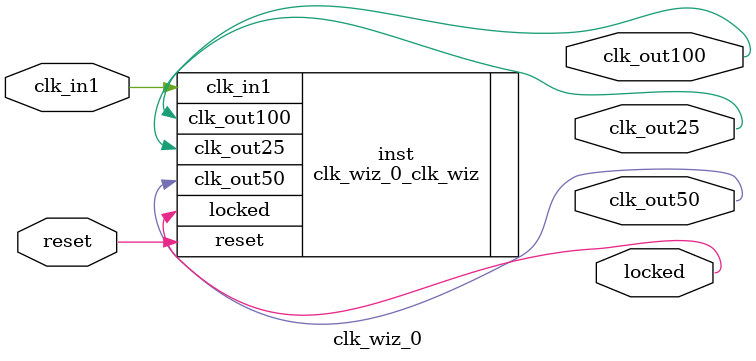
<source format=v>


`timescale 1ps/1ps

(* CORE_GENERATION_INFO = "clk_wiz_0,clk_wiz_v6_0_6_0_0,{component_name=clk_wiz_0,use_phase_alignment=true,use_min_o_jitter=false,use_max_i_jitter=false,use_dyn_phase_shift=false,use_inclk_switchover=false,use_dyn_reconfig=false,enable_axi=0,feedback_source=FDBK_AUTO,PRIMITIVE=PLL,num_out_clk=3,clkin1_period=8.333,clkin2_period=10.0,use_power_down=false,use_reset=true,use_locked=true,use_inclk_stopped=false,feedback_type=SINGLE,CLOCK_MGR_TYPE=NA,manual_override=false}" *)

module clk_wiz_0 
 (
  // Clock out ports
  output        clk_out25,
  output        clk_out50,
  output        clk_out100,
  // Status and control signals
  input         reset,
  output        locked,
 // Clock in ports
  input         clk_in1
 );

  clk_wiz_0_clk_wiz inst
  (
  // Clock out ports  
  .clk_out25(clk_out25),
  .clk_out50(clk_out50),
  .clk_out100(clk_out100),
  // Status and control signals               
  .reset(reset), 
  .locked(locked),
 // Clock in ports
  .clk_in1(clk_in1)
  );

endmodule

</source>
